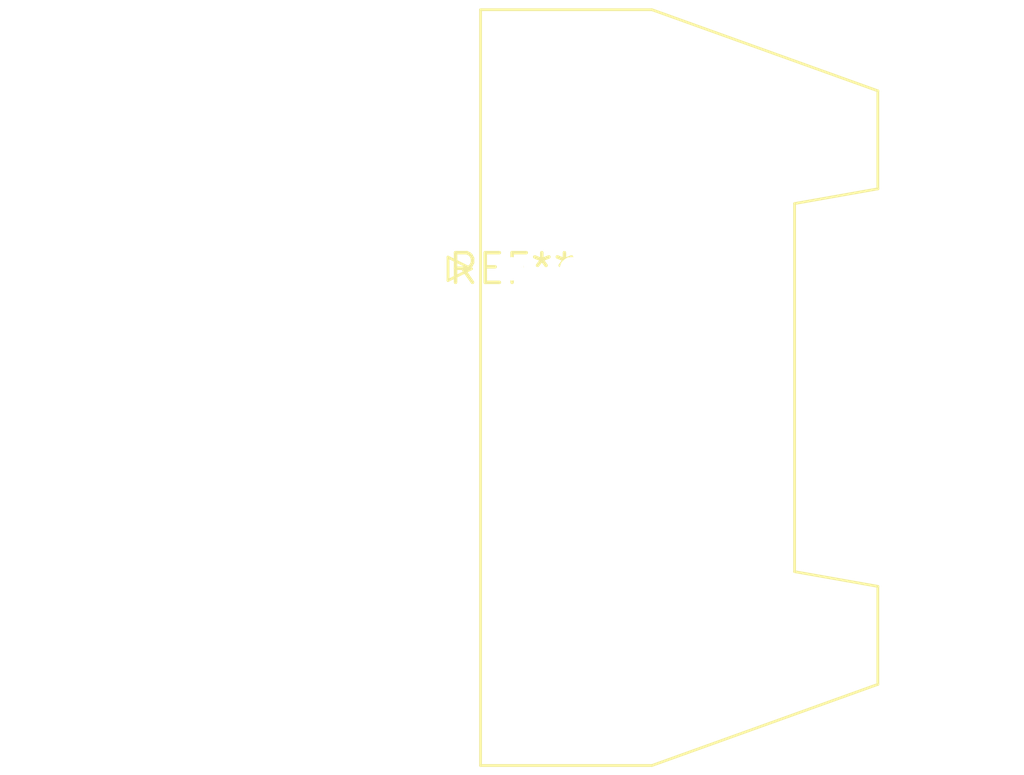
<source format=kicad_pcb>
(kicad_pcb (version 20240108) (generator pcbnew)
  (layers (0 "F.Cu" signal) (31 "B.Cu" signal) (34 "B.Paste" user) (35 "F.Paste" user) (36 "B.SilkS" user "B.Silkscreen") (37 "F.SilkS" user "F.Silkscreen") (38 "B.Mask" user) (39 "F.Mask" user) (44 "Edge.Cuts" user))
  (net 0 "")
  (footprint "IDC-Header_2x05_P2.54mm_Latch_Horizontal" (layer "F.Cu") (at 0 0)
    (property "Reference" "REF**")
    (property "Value" "IDC-Header_2x05_P2.54mm_Latch_Horizontal")
    (fp_line (start -2.74 -0.5) (end -2.74 0.5) (layer "F.SilkS") (stroke (width 0.12)))
    (fp_line (start -2.74 0.5) (end -1.74 0) (layer "F.SilkS") (stroke (width 0.12)))
    (fp_line (start -1.74 0) (end -2.74 -0.5) (layer "F.SilkS") (stroke (width 0.12)))
    (fp_line (start -1.35 -11.08) (end 5.98 -11.08) (layer "F.SilkS") (stroke (width 0.12)))
    (fp_line (start -1.35 21.24) (end -1.35 -11.08) (layer "F.SilkS") (stroke (width 0.12)))
    (fp_line (start 5.98 -11.08) (end 15.64 -7.61) (layer "F.SilkS") (stroke (width 0.12)))
    (fp_line (start 5.98 21.24) (end -1.35 21.24) (layer "F.SilkS") (stroke (width 0.12)))
    (fp_line (start 12.08 -2.79) (end 12.08 12.95) (layer "F.SilkS") (stroke (width 0.12)))
    (fp_line (start 12.08 12.95) (end 15.64 13.58) (layer "F.SilkS") (stroke (width 0.12)))
    (fp_line (start 15.64 -7.61) (end 15.64 -3.42) (layer "F.SilkS") (stroke (width 0.12)))
    (fp_line (start 15.64 -3.42) (end 12.08 -2.79) (layer "F.SilkS") (stroke (width 0.12)))
    (fp_line (start 15.64 13.58) (end 15.64 17.77) (layer "F.SilkS") (stroke (width 0.12)))
    (fp_line (start 15.64 17.77) (end 5.98 21.24) (layer "F.SilkS") (stroke (width 0.12)))
    (pad "1" thru_hole roundrect (at 0 0) (size 1.7 1.7) (drill 1) (layers *.Cu *.Mask) (remove_unused_layers) (roundrect_rratio 0.147059))
    (pad "2" thru_hole circle (at 2.54 0) (size 1.7 1.7) (drill 1) (layers *.Cu *.Mask) (remove_unused_layers))
    (pad "3" thru_hole circle (at 0 2.54) (size 1.7 1.7) (drill 1) (layers *.Cu *.Mask) (remove_unused_layers))
    (pad "4" thru_hole circle (at 2.54 2.54) (size 1.7 1.7) (drill 1) (layers *.Cu *.Mask) (remove_unused_layers))
    (pad "5" thru_hole circle (at 0 5.08) (size 1.7 1.7) (drill 1) (layers *.Cu *.Mask) (remove_unused_layers))
    (pad "6" thru_hole circle (at 2.54 5.08) (size 1.7 1.7) (drill 1) (layers *.Cu *.Mask) (remove_unused_layers))
    (pad "7" thru_hole circle (at 0 7.62) (size 1.7 1.7) (drill 1) (layers *.Cu *.Mask) (remove_unused_layers))
    (pad "8" thru_hole circle (at 2.54 7.62) (size 1.7 1.7) (drill 1) (layers *.Cu *.Mask) (remove_unused_layers))
    (pad "9" thru_hole circle (at 0 10.16) (size 1.7 1.7) (drill 1) (layers *.Cu *.Mask) (remove_unused_layers))
    (pad "10" thru_hole circle (at 2.54 10.16) (size 1.7 1.7) (drill 1) (layers *.Cu *.Mask) (remove_unused_layers))
  )
)
</source>
